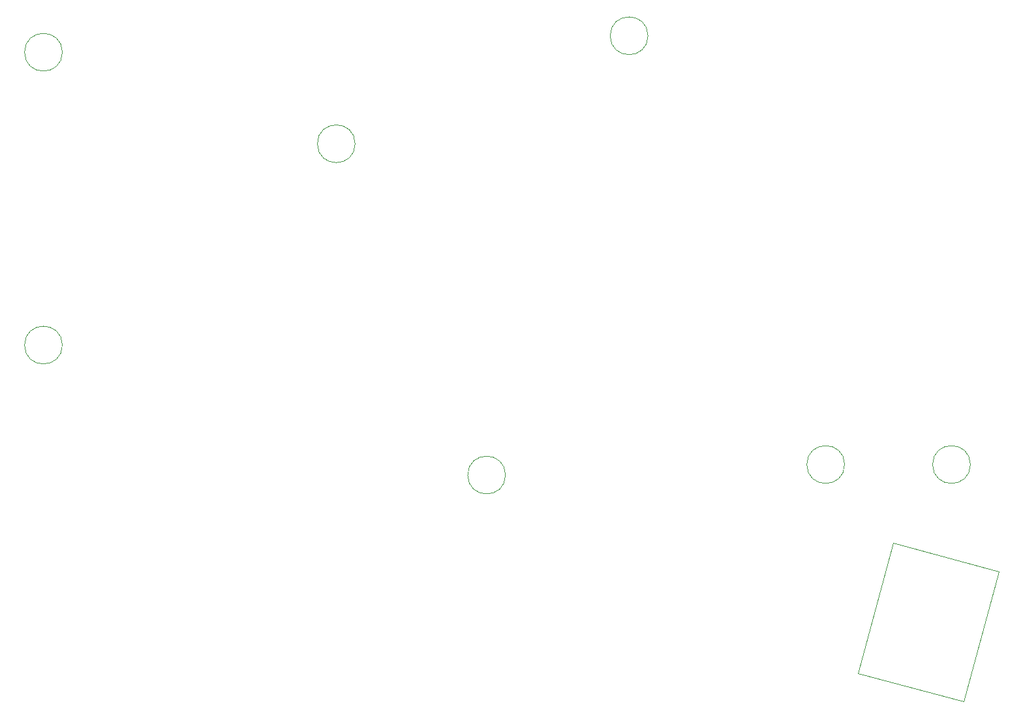
<source format=gbr>
%TF.GenerationSoftware,KiCad,Pcbnew,5.1.10*%
%TF.CreationDate,2021-09-07T21:41:42+02:00*%
%TF.ProjectId,mini,6d696e69-2e6b-4696-9361-645f70636258,rev?*%
%TF.SameCoordinates,Original*%
%TF.FileFunction,Other,User*%
%FSLAX46Y46*%
G04 Gerber Fmt 4.6, Leading zero omitted, Abs format (unit mm)*
G04 Created by KiCad (PCBNEW 5.1.10) date 2021-09-07 21:41:42*
%MOMM*%
%LPD*%
G01*
G04 APERTURE LIST*
%ADD10C,0.050000*%
G04 APERTURE END LIST*
D10*
X216658445Y-140691283D02*
X212129111Y-157594985D01*
X216658445Y-140691283D02*
X202942298Y-137016052D01*
X198412965Y-153919754D02*
X212129111Y-157594985D01*
X198412965Y-153919754D02*
X202942298Y-137016052D01*
X212990000Y-126820000D02*
G75*
G03*
X212990000Y-126820000I-2450000J0D01*
G01*
X196663000Y-126820000D02*
G75*
G03*
X196663000Y-126820000I-2450000J0D01*
G01*
X95150000Y-73320000D02*
G75*
G03*
X95150000Y-73320000I-2450000J0D01*
G01*
X133150001Y-85195000D02*
G75*
G03*
X133150001Y-85195000I-2450001J0D01*
G01*
X152661000Y-128186000D02*
G75*
G03*
X152661000Y-128186000I-2450000J0D01*
G01*
X95150001Y-111320000D02*
G75*
G03*
X95150001Y-111320000I-2450001J0D01*
G01*
X171150000Y-71182500D02*
G75*
G03*
X171150000Y-71182500I-2450000J0D01*
G01*
M02*

</source>
